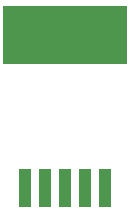
<source format=gbp>
G04 #@! TF.GenerationSoftware,KiCad,Pcbnew,5.1.10*
G04 #@! TF.CreationDate,2021-12-24T15:06:35-08:00*
G04 #@! TF.ProjectId,SEPIC,53455049-432e-46b6-9963-61645f706362,v0.1*
G04 #@! TF.SameCoordinates,Original*
G04 #@! TF.FileFunction,Paste,Bot*
G04 #@! TF.FilePolarity,Positive*
%FSLAX46Y46*%
G04 Gerber Fmt 4.6, Leading zero omitted, Abs format (unit mm)*
G04 Created by KiCad (PCBNEW 5.1.10) date 2021-12-24 15:06:35*
%MOMM*%
%LPD*%
G01*
G04 APERTURE LIST*
%ADD10R,10.530000X5.000000*%
%ADD11R,1.050000X3.210000*%
G04 APERTURE END LIST*
D10*
X133858000Y-102576000D03*
D11*
X130458000Y-115556000D03*
X132158000Y-115556000D03*
X133858000Y-115556000D03*
X135558000Y-115556000D03*
X137258000Y-115556000D03*
M02*

</source>
